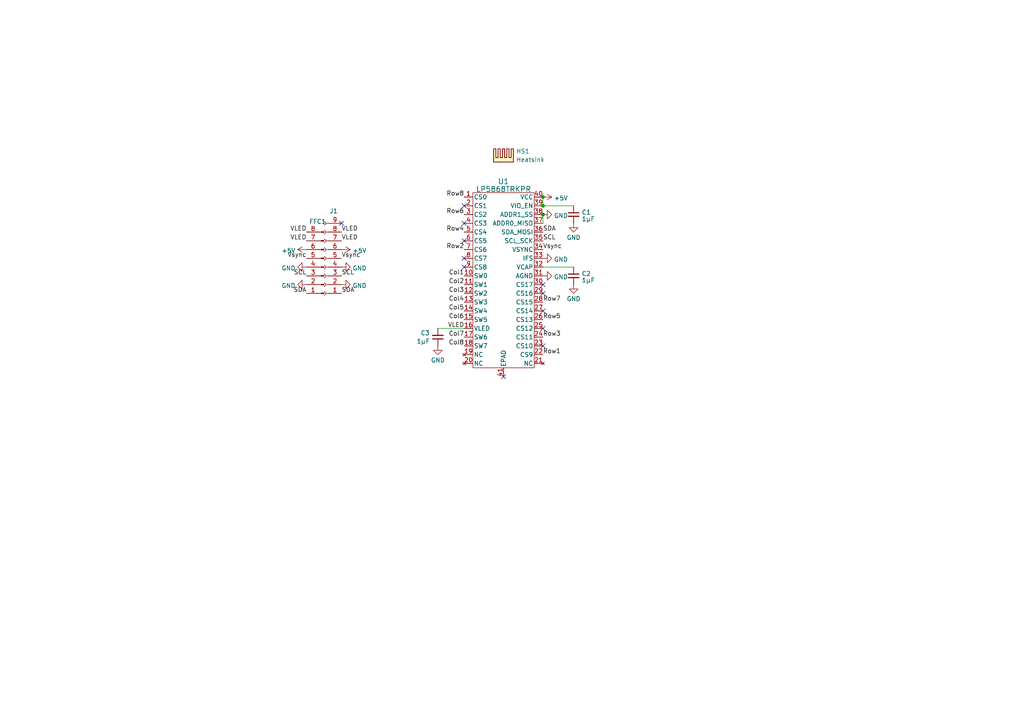
<source format=kicad_sch>
(kicad_sch (version 20231120) (generator "eeschema") (generator_version "8.0")
  (paper "A4")
  (lib_symbols
    (symbol "Connector:Conn_01x08_Pin" (pin_names (offset 1.016) hide)
      (property "Reference" "J" (at 0 10.16 0))
      (property "Value" "Conn_01x08_Pin" (at 0 -12.7 0))
      (symbol "Conn_01x08_Pin_1_1"
        (polyline (pts (xy 1.27 -10.16) (xy 0.8636 -10.16)) (stroke (width 0.1524)))
        (polyline (pts (xy 1.27 -7.62) (xy 0.8636 -7.62)) (stroke (width 0.1524)))
        (polyline (pts (xy 1.27 -5.08) (xy 0.8636 -5.08)) (stroke (width 0.1524)))
        (polyline (pts (xy 1.27 -2.54) (xy 0.8636 -2.54)) (stroke (width 0.1524)))
        (polyline (pts (xy 1.27 0) (xy 0.8636 0)) (stroke (width 0.1524)))
        (polyline (pts (xy 1.27 2.54) (xy 0.8636 2.54)) (stroke (width 0.1524)))
        (polyline (pts (xy 1.27 5.08) (xy 0.8636 5.08)) (stroke (width 0.1524)))
        (polyline (pts (xy 1.27 7.62) (xy 0.8636 7.62)) (stroke (width 0.1524)))
        (rectangle (start 0.8636 -10.033) (end 0 -10.287) (stroke (width 0.1524)) (fill (type outline)))
        (rectangle (start 0.8636 -7.493) (end 0 -7.747) (stroke (width 0.1524)) (fill (type outline)))
        (rectangle (start 0.8636 -4.953) (end 0 -5.207) (stroke (width 0.1524)) (fill (type outline)))
        (rectangle (start 0.8636 -2.413) (end 0 -2.667) (stroke (width 0.1524)) (fill (type outline)))
        (rectangle (start 0.8636 0.127) (end 0 -0.127) (stroke (width 0.1524)) (fill (type outline)))
        (rectangle (start 0.8636 2.667) (end 0 2.413) (stroke (width 0.1524)) (fill (type outline)))
        (rectangle (start 0.8636 5.207) (end 0 4.953) (stroke (width 0.1524)) (fill (type outline)))
        (rectangle (start 0.8636 7.747) (end 0 7.493) (stroke (width 0.1524)) (fill (type outline)))
        (pin passive line (at 5.08 7.62 180) (length 3.81) (name "Pin_1") (number "1"))
        (pin passive line (at 5.08 5.08 180) (length 3.81) (name "Pin_2") (number "2"))
        (pin passive line (at 5.08 2.54 180) (length 3.81) (name "Pin_3") (number "3"))
        (pin passive line (at 5.08 0 180) (length 3.81) (name "Pin_4") (number "4"))
        (pin passive line (at 5.08 -2.54 180) (length 3.81) (name "Pin_5") (number "5"))
        (pin passive line (at 5.08 -5.08 180) (length 3.81) (name "Pin_6") (number "6"))
        (pin passive line (at 5.08 -7.62 180) (length 3.81) (name "Pin_7") (number "7"))
        (pin passive line (at 5.08 -10.16 180) (length 3.81) (name "Pin_8") (number "8"))
      )
    )
    (symbol "Connector:Conn_01x09_Socket" (pin_names (offset 1.016) hide)
      (property "Reference" "J" (at 0 12.7 0))
      (property "Value" "Conn_01x09_Socket" (at 0 -12.7 0))
      (symbol "Conn_01x09_Socket_1_1"
        (arc (start 0 -9.652) (mid -0.5058 -10.16) (end 0 -10.668) (stroke (width 0.1524)))
        (arc (start 0 -7.112) (mid -0.5058 -7.62) (end 0 -8.128) (stroke (width 0.1524)))
        (arc (start 0 -4.572) (mid -0.5058 -5.08) (end 0 -5.588) (stroke (width 0.1524)))
        (arc (start 0 -2.032) (mid -0.5058 -2.54) (end 0 -3.048) (stroke (width 0.1524)))
        (polyline (pts (xy -1.27 -10.16) (xy -0.508 -10.16)) (stroke (width 0.1524)))
        (polyline (pts (xy -1.27 -7.62) (xy -0.508 -7.62)) (stroke (width 0.1524)))
        (polyline (pts (xy -1.27 -5.08) (xy -0.508 -5.08)) (stroke (width 0.1524)))
        (polyline (pts (xy -1.27 -2.54) (xy -0.508 -2.54)) (stroke (width 0.1524)))
        (polyline (pts (xy -1.27 0) (xy -0.508 0)) (stroke (width 0.1524)))
        (polyline (pts (xy -1.27 2.54) (xy -0.508 2.54)) (stroke (width 0.1524)))
        (polyline (pts (xy -1.27 5.08) (xy -0.508 5.08)) (stroke (width 0.1524)))
        (polyline (pts (xy -1.27 7.62) (xy -0.508 7.62)) (stroke (width 0.1524)))
        (polyline (pts (xy -1.27 10.16) (xy -0.508 10.16)) (stroke (width 0.1524)))
        (arc (start 0 0.508) (mid -0.5058 0) (end 0 -0.508) (stroke (width 0.1524)))
        (arc (start 0 3.048) (mid -0.5058 2.54) (end 0 2.032) (stroke (width 0.1524)))
        (arc (start 0 5.588) (mid -0.5058 5.08) (end 0 4.572) (stroke (width 0.1524)))
        (arc (start 0 8.128) (mid -0.5058 7.62) (end 0 7.112) (stroke (width 0.1524)))
        (arc (start 0 10.668) (mid -0.5058 10.16) (end 0 9.652) (stroke (width 0.1524)))
        (pin passive line (at -5.08 10.16 0) (length 3.81) (name "Pin_1") (number "1"))
        (pin passive line (at -5.08 7.62 0) (length 3.81) (name "Pin_2") (number "2"))
        (pin passive line (at -5.08 5.08 0) (length 3.81) (name "Pin_3") (number "3"))
        (pin passive line (at -5.08 2.54 0) (length 3.81) (name "Pin_4") (number "4"))
        (pin passive line (at -5.08 0 0) (length 3.81) (name "Pin_5") (number "5"))
        (pin passive line (at -5.08 -2.54 0) (length 3.81) (name "Pin_6") (number "6"))
        (pin passive line (at -5.08 -5.08 0) (length 3.81) (name "Pin_7") (number "7"))
        (pin passive line (at -5.08 -7.62 0) (length 3.81) (name "Pin_8") (number "8"))
        (pin passive line (at -5.08 -10.16 0) (length 3.81) (name "Pin_9") (number "9"))
      )
    )
    (symbol "Custom:LP5868T" (pin_names (offset 0.254))
      (property "Reference" "U" (at 30.48 10.16 0))
      (property "Value" "LMX2582RHAT" (at 30.48 7.62 0))
      (symbol "LP5868T_1_1"
        (rectangle (start 7.62 1.27) (end 25.4 -49.53))
        (pin output line (at 5.08 0 0) (length 2.54) (name "CS0") (number "1"))
        (pin output line (at 5.08 -22.86 0) (length 2.54) (name "SW0") (number "10"))
        (pin output line (at 5.08 -25.4 0) (length 2.54) (name "SW1") (number "11"))
        (pin output line (at 5.08 -27.94 0) (length 2.54) (name "SW2") (number "12"))
        (pin output line (at 5.08 -30.48 0) (length 2.54) (name "SW3") (number "13"))
        (pin output line (at 5.08 -33.02 0) (length 2.54) (name "SW4") (number "14"))
        (pin output line (at 5.08 -35.56 0) (length 2.54) (name "SW5") (number "15"))
        (pin power_in line (at 5.08 -38.1 0) (length 2.54) (name "VLED") (number "16"))
        (pin output line (at 5.08 -40.64 0) (length 2.54) (name "SW6") (number "17"))
        (pin output line (at 5.08 -43.18 0) (length 2.54) (name "SW7") (number "18"))
        (pin no_connect line (at 5.08 -45.72 0) (length 2.54) (name "NC") (number "19"))
        (pin output line (at 5.08 -2.54 0) (length 2.54) (name "CS1") (number "2"))
        (pin no_connect line (at 5.08 -48.26 0) (length 2.54) (name "NC") (number "20"))
        (pin no_connect line (at 27.94 -48.26 180) (length 2.54) (name "NC") (number "21"))
        (pin output line (at 27.94 -45.72 180) (length 2.54) (name "CS9") (number "22"))
        (pin output line (at 27.94 -43.18 180) (length 2.54) (name "CS10") (number "23"))
        (pin output line (at 27.94 -40.64 180) (length 2.54) (name "CS11") (number "24"))
        (pin output line (at 27.94 -38.1 180) (length 2.54) (name "CS12") (number "25"))
        (pin output line (at 27.94 -35.56 180) (length 2.54) (name "CS13") (number "26"))
        (pin output line (at 27.94 -33.02 180) (length 2.54) (name "CS14") (number "27"))
        (pin output line (at 27.94 -30.48 180) (length 2.54) (name "CS15") (number "28"))
        (pin output line (at 27.94 -27.94 180) (length 2.54) (name "CS16") (number "29"))
        (pin output line (at 5.08 -5.08 0) (length 2.54) (name "CS2") (number "3"))
        (pin output line (at 27.94 -25.4 180) (length 2.54) (name "CS17") (number "30"))
        (pin power_in line (at 27.94 -22.86 180) (length 2.54) (name "AGND") (number "31"))
        (pin output line (at 27.94 -20.32 180) (length 2.54) (name "VCAP") (number "32"))
        (pin input line (at 27.94 -17.78 180) (length 2.54) (name "IFS") (number "33"))
        (pin input line (at 27.94 -15.24 180) (length 2.54) (name "VSYNC") (number "34"))
        (pin input line (at 27.94 -12.7 180) (length 2.54) (name "SCL_SCK") (number "35"))
        (pin bidirectional line (at 27.94 -10.16 180) (length 2.54) (name "SDA_MOSI") (number "36"))
        (pin bidirectional line (at 27.94 -7.62 180) (length 2.54) (name "ADDR0_MISO") (number "37"))
        (pin input line (at 27.94 -5.08 180) (length 2.54) (name "ADDR1_SS") (number "38"))
        (pin power_in line (at 27.94 -2.54 180) (length 2.54) (name "VIO_EN") (number "39"))
        (pin output line (at 5.08 -7.62 0) (length 2.54) (name "CS3") (number "4"))
        (pin power_in line (at 27.94 0 180) (length 2.54) (name "VCC") (number "40"))
        (pin power_in line (at 16.51 -52.07 90) (length 2.54) (name "EPAD") (number "41"))
        (pin output line (at 5.08 -10.16 0) (length 2.54) (name "CS4") (number "5"))
        (pin output line (at 5.08 -12.7 0) (length 2.54) (name "CS5") (number "6"))
        (pin output line (at 5.08 -15.24 0) (length 2.54) (name "CS6") (number "7"))
        (pin output line (at 5.08 -17.78 0) (length 2.54) (name "CS7") (number "8"))
        (pin output line (at 5.08 -20.32 0) (length 2.54) (name "CS8") (number "9"))
      )
    )
    (symbol "Device:C_Small" (pin_numbers hide) (pin_names (offset 0.254) hide)
      (property "Reference" "C" (at 0.254 1.778 0))
      (property "Value" "C_Small" (at 0.254 -2.032 0))
      (symbol "C_Small_0_1"
        (polyline (pts (xy -1.524 -0.508) (xy 1.524 -0.508)) (stroke (width 0.3302)))
        (polyline (pts (xy -1.524 0.508) (xy 1.524 0.508)) (stroke (width 0.3048)))
      )
      (symbol "C_Small_1_1"
        (pin passive line (at 0 2.54 270) (length 2.032) (name "~") (number "1"))
        (pin passive line (at 0 -2.54 90) (length 2.032) (name "~") (number "2"))
      )
    )
    (symbol "Mechanical:Heatsink" (pin_names (offset 1.016)) (exclude_from_sim yes)
      (property "Reference" "HS" (at 0 5.08 0))
      (property "Value" "Heatsink" (at 0 -1.27 0))
      (symbol "Heatsink_0_1"
        (polyline (pts (xy -0.3302 1.27) (xy -0.9652 1.27) (xy -0.9652 3.81) (xy -1.6002 3.81) (xy -1.6002 1.27) (xy -2.2352 1.27) (xy -2.2352 3.81) (xy -2.8702 3.81) (xy -2.8702 0) (xy -0.9652 0)) (stroke (width 0.254)) (fill (type background)))
        (polyline (pts (xy -0.3302 1.27) (xy -0.3302 3.81) (xy 0.3048 3.81) (xy 0.3048 1.27) (xy 0.9398 1.27) (xy 0.9398 3.81) (xy 1.5748 3.81) (xy 1.5748 1.27) (xy 2.2098 1.27) (xy 2.2098 3.81) (xy 2.8448 3.81) (xy 2.8448 0) (xy -0.9652 0)) (stroke (width 0.254)) (fill (type background)))
      )
    )
    (symbol "power:+5V" (power) (pin_names (offset 0))
      (property "Value" "+5V" (at 0 3.556 0))
      (symbol "+5V_0_1"
        (polyline (pts (xy -0.762 1.27) (xy 0 2.54)))
        (polyline (pts (xy 0 0) (xy 0 2.54)))
        (polyline (pts (xy 0 2.54) (xy 0.762 1.27)))
      )
      (symbol "+5V_1_1"
        (pin power_in line (at 0 0 90) (length 0) hide (name "+5V") (number "1"))
      )
    )
    (symbol "power:GND" (power) (pin_names (offset 0))
      (property "Value" "GND" (at 0 -3.81 0))
      (symbol "GND_0_1"
        (polyline (pts (xy 0 0) (xy 0 -1.27) (xy 1.27 -1.27) (xy 0 -2.54) (xy -1.27 -1.27) (xy 0 -1.27)))
      )
      (symbol "GND_1_1"
        (pin power_in line (at 0 0 270) (length 0) hide (name "GND") (number "1"))
      )
    )
  )
  (junction (at 157.48 62.23))
  (junction (at 157.48 57.15))
  (junction (at 157.48 59.69))
  (no_connect (at 134.62 59.69))
  (no_connect (at 134.62 69.85))
  (no_connect (at 146.05 109.22))
  (no_connect (at 157.48 85.09))
  (no_connect (at 134.62 74.93))
  (no_connect (at 157.48 95.25))
  (no_connect (at 99.06 64.77))
  (no_connect (at 134.62 77.47))
  (no_connect (at 134.62 64.77))
  (no_connect (at 157.48 100.33))
  (no_connect (at 157.48 90.17))
  (no_connect (at 157.48 82.55))
  (wire (pts (xy 157.48 77.47) (xy 166.37 77.47)))
  (wire (pts (xy 157.48 62.23) (xy 157.48 64.77)))
  (wire (pts (xy 157.48 59.69) (xy 166.37 59.69)))
  (wire (pts (xy 157.48 57.15) (xy 157.48 59.69)))
  (wire (pts (xy 127 95.25) (xy 134.62 95.25)))
  (label "VLED" (at 134.62 95.25 180))
  (label "Vsync" (at 88.9 74.93 180))
  (label "Row1" (at 157.48 102.87 0))
  (label "SDA" (at 157.48 67.31 0))
  (label "VLED" (at 88.9 67.31 180))
  (label "VLED" (at 88.9 69.85 180))
  (label "Vsync" (at 157.48 72.39 0))
  (label "Row7" (at 157.48 87.63 0))
  (label "Col2" (at 134.62 82.55 180))
  (label "Col5" (at 134.62 90.17 180))
  (label "SDA" (at 88.9 85.09 180))
  (label "SCL" (at 88.9 80.01 180))
  (label "Col4" (at 134.62 87.63 180))
  (label "Vsync" (at 99.06 74.93 0))
  (label "SCL" (at 99.06 80.01 0))
  (label "Col8" (at 134.62 100.33 180))
  (label "Row2" (at 134.62 72.39 180))
  (label "Row6" (at 134.62 62.23 180))
  (label "Row5" (at 157.48 92.71 0))
  (label "Col1" (at 134.62 80.01 180))
  (label "SCL" (at 157.48 69.85 0))
  (label "VLED" (at 99.06 69.85 0))
  (label "Row8" (at 134.62 57.15 180))
  (label "Row4" (at 134.62 67.31 180))
  (label "Col6" (at 134.62 92.71 180))
  (label "Row3" (at 157.48 97.79 0))
  (label "VLED" (at 99.06 67.31 0))
  (label "Col7" (at 134.62 97.79 180))
  (label "Col3" (at 134.62 85.09 180))
  (label "SDA" (at 99.06 85.09 0))
  (symbol (lib_id "Mechanical:Heatsink") (at 146.05 46.99 0) (unit 1) (exclude_from_sim yes)
    (property "Reference" "HS1" (at 149.6568 43.8728 0) (effects (justify left)))
    (property "Value" "Heatsink" (at 149.6568 46.2971 0) (effects (justify left)))
    (property "Footprint" "Custom:heatsink" (effects (hide yes)))
    (property "Datasheet" "http://www.assmann-wsw.com/uploads/datasheets/ASS_0874_HS.pdf" (effects (hide yes)))
    (property "Description" "Heat Sink Assorted (BGA, LGA, CPU, ASIC...) Aluminum Alloy Top Mount" (effects (hide yes)))
    (property "Manufacturer" "Assmann WSW Components" (effects (hide yes)))
    (property "Part" "V2016B" (effects (hide yes)))
  )
  (symbol (lib_id "Custom:LP5868T") (at 129.54 57.15 0) (unit 1)
    (property "Reference" "U1" (at 146.05 52.6239 0) (effects (font (size 1.524 1.524))))
    (property "Value" "LP5868TRKPR" (at 146.05 54.8781 0) (effects (font (size 1.524 1.524))))
    (property "Footprint" "Custom:VQFN40-RKP_TEX" (effects (hide yes)))
    (property "Datasheet" "https://www.ti.com/lit/ds/symlink/lp5868t.pdf" (effects (hide yes)))
    (property "Description" "8 X 18 HIGH-CURRENT LED MATRIX D" (effects (hide yes)))
    (property "Manufacturer" "Texas Instruments " (effects (hide yes)))
    (property "Part" "LP5868TRKPR " (effects (hide yes)))
  )
  (symbol (lib_id "power:GND") (at 157.48 80.01 90) (unit 1)
    (property "Reference" "#PWR09" (effects (hide yes)))
    (property "Value" "GND" (at 160.655 80.3268 90) (effects (justify right)))
  )
  (symbol (lib_id "power:+5V") (at 157.48 57.15 270) (unit 1)
    (property "Reference" "#PWR01" (effects (hide yes)))
    (property "Value" "+5V" (at 160.655 57.4668 90) (effects (justify left)))
  )
  (symbol (lib_id "power:GND") (at 166.37 64.77 0) (unit 1)
    (property "Reference" "#PWR03" (effects (hide yes)))
    (property "Value" "GND" (at 166.37 68.9031 0))
  )
  (symbol (lib_id "power:GND") (at 157.48 74.93 90) (unit 1)
    (property "Reference" "#PWR06" (effects (hide yes)))
    (property "Value" "GND" (at 160.655 75.2468 90) (effects (justify right)))
  )
  (symbol (lib_id "Device:C_Small") (at 166.37 80.01 0) (unit 1)
    (property "Reference" "C2" (at 168.6941 79.3726 0) (effects (justify left)))
    (property "Value" "1µF" (at 168.6941 81.2936 0) (effects (justify left)))
    (property "Footprint" "Capacitor_SMD:C_0402_1005Metric" (effects (hide yes)))
    (property "Datasheet" "https://mm.digikey.com/Volume0/opasdata/d220001/medias/docus/41/CL05A105KA5NQNC.pdf" (effects (hide yes)))
    (property "Description" "CAP CER 1UF 25V X5R 0402" (effects (hide yes)))
    (property "Manufacturer" "Samsung Electro-Mechanics" (effects (hide yes)))
    (property "Part" "CL05A105KA5NQNC" (effects (hide yes)))
  )
  (symbol (lib_id "power:GND") (at 99.06 77.47 90) (unit 1)
    (property "Reference" "#PWR08" (effects (hide yes)))
    (property "Value" "GND" (at 102.235 77.7868 90) (effects (justify right)))
  )
  (symbol (lib_id "power:+5V") (at 99.06 72.39 270) (unit 1)
    (property "Reference" "#PWR05" (effects (hide yes)))
    (property "Value" "+5V" (at 102.235 72.7068 90) (effects (justify left)))
  )
  (symbol (lib_id "power:GND") (at 88.9 82.55 270) (mirror x) (unit 1)
    (property "Reference" "#PWR010" (effects (hide yes)))
    (property "Value" "GND" (at 85.725 82.8668 90) (effects (justify right)))
  )
  (symbol (lib_id "Device:C_Small") (at 166.37 62.23 0) (unit 1)
    (property "Reference" "C1" (at 168.6941 61.5926 0) (effects (justify left)))
    (property "Value" "1µF" (at 168.6941 63.5136 0) (effects (justify left)))
    (property "Footprint" "Capacitor_SMD:C_0402_1005Metric" (effects (hide yes)))
    (property "Datasheet" "https://mm.digikey.com/Volume0/opasdata/d220001/medias/docus/41/CL05A105KA5NQNC.pdf" (effects (hide yes)))
    (property "Description" "CAP CER 1UF 25V X5R 0402" (effects (hide yes)))
    (property "Manufacturer" "Samsung Electro-Mechanics" (effects (hide yes)))
    (property "Part" "CL05A105KA5NQNC" (effects (hide yes)))
  )
  (symbol (lib_id "Connector:Conn_01x09_Socket") (at 93.98 74.93 180) (unit 1)
    (property "Reference" "J1" (at 96.774 61.214 0))
    (property "Value" "0525590870" (effects (hide yes)))
    (property "Footprint" "Custom:CON_525590870_MOL - 8x ribbon vert" (effects (hide yes)))
    (property "Datasheet" "https://www.molex.com/en-us/products/part-detail/525590870?display=pdf" (effects (hide yes)))
    (property "Description" "CONN FFC FPC VERT 8POS 0.5MM SMD" (effects (hide yes)))
    (property "Manufacturer" "Molex" (effects (hide yes)))
    (property "Part" "0525590870" (effects (hide yes)))
  )
  (symbol (lib_id "power:GND") (at 127 100.33 0) (unit 1)
    (property "Reference" "#PWR013" (effects (hide yes)))
    (property "Value" "GND" (at 127 104.4655 0))
  )
  (symbol (lib_id "power:GND") (at 88.9 77.47 270) (mirror x) (unit 1)
    (property "Reference" "#PWR07" (effects (hide yes)))
    (property "Value" "GND" (at 85.725 77.7868 90) (effects (justify right)))
  )
  (symbol (lib_id "power:+5V") (at 88.9 72.39 90) (mirror x) (unit 1)
    (property "Reference" "#PWR04" (effects (hide yes)))
    (property "Value" "+5V" (at 85.725 72.7068 90) (effects (justify left)))
  )
  (symbol (lib_id "power:GND") (at 166.37 82.55 0) (unit 1)
    (property "Reference" "#PWR012" (effects (hide yes)))
    (property "Value" "GND" (at 166.37 86.6855 0))
  )
  (symbol (lib_id "Device:C_Small") (at 127 97.79 0) (mirror x) (unit 1)
    (property "Reference" "C3" (at 124.6759 96.5714 0) (effects (justify right)))
    (property "Value" "1µF" (at 124.6759 98.9957 0) (effects (justify right)))
    (property "Footprint" "Capacitor_SMD:C_0402_1005Metric" (effects (hide yes)))
    (property "Datasheet" "https://mm.digikey.com/Volume0/opasdata/d220001/medias/docus/41/CL05A105KA5NQNC.pdf" (effects (hide yes)))
    (property "Description" "CAP CER 1UF 25V X5R 0402" (effects (hide yes)))
    (property "Manufacturer" "Samsung Electro-Mechanics" (effects (hide yes)))
    (property "Part" "CL05A105KA5NQNC" (effects (hide yes)))
  )
  (symbol (lib_id "power:GND") (at 157.48 62.23 90) (unit 1)
    (property "Reference" "#PWR02" (effects (hide yes)))
    (property "Value" "GND" (at 160.655 62.5468 90) (effects (justify right)))
  )
  (symbol (lib_id "power:GND") (at 99.06 82.55 90) (unit 1)
    (property "Reference" "#PWR011" (effects (hide yes)))
    (property "Value" "GND" (at 102.235 82.8668 90) (effects (justify right)))
  )
  (symbol (lib_id "Connector:Conn_01x08_Pin") (at 93.98 77.47 180) (unit 1) (on_board no)
    (property "Reference" "FFC1" (at 89.662 64.262 0) (effects (justify right)))
    (property "Value" "FFC" (effects (hide yes)))
    (property "Datasheet" "https://www.molex.com/content/dam/molex/molex-dot-com/products/automated/en-us/productspecificationpdf/151/15166/PS-15166-001-001.pdf?inline" (effects (hide yes)))
    (property "Description" "CABLE FFC/FPC 8POS 0.5MM 12\"" (effects (hide yes)))
    (property "Manufacturer" "Molex" (effects (hide yes)))
    (property "Part" "0151660093" (effects (hide yes)))
  )
)
</source>
